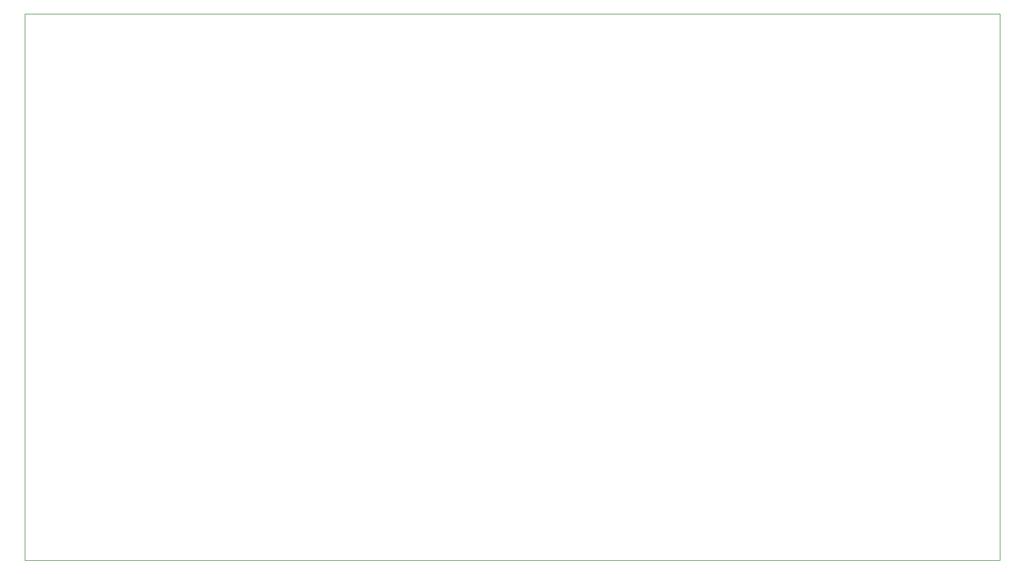
<source format=gbr>
%TF.GenerationSoftware,KiCad,Pcbnew,8.0.5*%
%TF.CreationDate,2024-09-22T19:22:41+03:00*%
%TF.ProjectId,stop_the_light_v2,73746f70-5f74-4686-955f-6c696768745f,rev?*%
%TF.SameCoordinates,Original*%
%TF.FileFunction,Profile,NP*%
%FSLAX46Y46*%
G04 Gerber Fmt 4.6, Leading zero omitted, Abs format (unit mm)*
G04 Created by KiCad (PCBNEW 8.0.5) date 2024-09-22 19:22:41*
%MOMM*%
%LPD*%
G01*
G04 APERTURE LIST*
%TA.AperFunction,Profile*%
%ADD10C,0.050000*%
%TD*%
G04 APERTURE END LIST*
D10*
X36000000Y-66000000D02*
X179500000Y-66000000D01*
X179500000Y-146500000D01*
X36000000Y-146500000D01*
X36000000Y-66000000D01*
M02*

</source>
